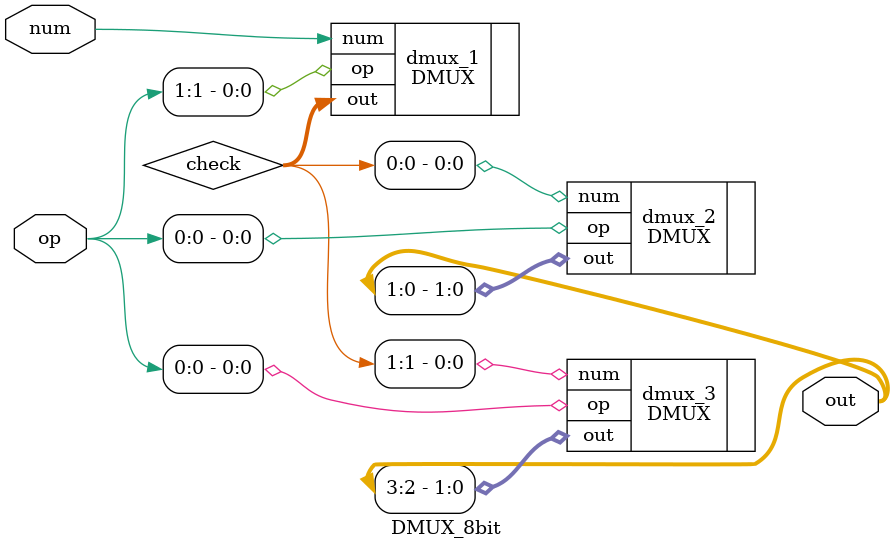
<source format=v>
`include "DMUX_4bit.v"

module DMUX_8bit(
	input wire num,
	input wire [2:0] op,
	output wire [7:0] out
);

wire [1:0] check;

DMUX dmux_1(
	.num(num),
	.op(op[1]),
	.out(check)
);

DMUX dmux_2(
	.num(check[0]),
	.op(op[0]),
	.out(out[1:0])
);

DMUX dmux_3(
	.num(check[1]),
	.op(op[0]),
	.out(out[3:2])
);

endmodule	

</source>
